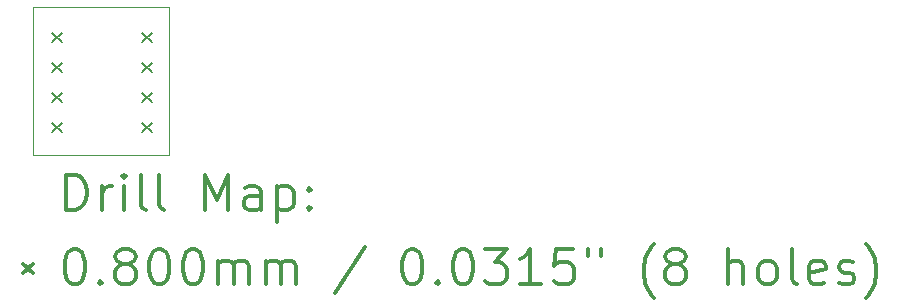
<source format=gbr>
%FSLAX45Y45*%
G04 Gerber Fmt 4.5, Leading zero omitted, Abs format (unit mm)*
G04 Created by KiCad (PCBNEW 5.1.10) date 2021-08-03 18:50:14*
%MOMM*%
%LPD*%
G01*
G04 APERTURE LIST*
%TA.AperFunction,Profile*%
%ADD10C,0.050000*%
%TD*%
%ADD11C,0.200000*%
%ADD12C,0.300000*%
G04 APERTURE END LIST*
D10*
X5150000Y-3650000D02*
X5150000Y-2400000D01*
X6300000Y-3650000D02*
X5150000Y-3650000D01*
X6300000Y-3600000D02*
X6300000Y-3650000D01*
X6300000Y-2400000D02*
X6300000Y-3600000D01*
X5150000Y-2400000D02*
X6300000Y-2400000D01*
D11*
X5314500Y-2618500D02*
X5394500Y-2698500D01*
X5394500Y-2618500D02*
X5314500Y-2698500D01*
X5314500Y-2872500D02*
X5394500Y-2952500D01*
X5394500Y-2872500D02*
X5314500Y-2952500D01*
X5314500Y-3126500D02*
X5394500Y-3206500D01*
X5394500Y-3126500D02*
X5314500Y-3206500D01*
X5314500Y-3380500D02*
X5394500Y-3460500D01*
X5394500Y-3380500D02*
X5314500Y-3460500D01*
X6076500Y-2618500D02*
X6156500Y-2698500D01*
X6156500Y-2618500D02*
X6076500Y-2698500D01*
X6076500Y-2872500D02*
X6156500Y-2952500D01*
X6156500Y-2872500D02*
X6076500Y-2952500D01*
X6076500Y-3126500D02*
X6156500Y-3206500D01*
X6156500Y-3126500D02*
X6076500Y-3206500D01*
X6076500Y-3380500D02*
X6156500Y-3460500D01*
X6156500Y-3380500D02*
X6076500Y-3460500D01*
D12*
X5433928Y-4118214D02*
X5433928Y-3818214D01*
X5505357Y-3818214D01*
X5548214Y-3832500D01*
X5576786Y-3861071D01*
X5591071Y-3889643D01*
X5605357Y-3946786D01*
X5605357Y-3989643D01*
X5591071Y-4046786D01*
X5576786Y-4075357D01*
X5548214Y-4103929D01*
X5505357Y-4118214D01*
X5433928Y-4118214D01*
X5733928Y-4118214D02*
X5733928Y-3918214D01*
X5733928Y-3975357D02*
X5748214Y-3946786D01*
X5762500Y-3932500D01*
X5791071Y-3918214D01*
X5819643Y-3918214D01*
X5919643Y-4118214D02*
X5919643Y-3918214D01*
X5919643Y-3818214D02*
X5905357Y-3832500D01*
X5919643Y-3846786D01*
X5933928Y-3832500D01*
X5919643Y-3818214D01*
X5919643Y-3846786D01*
X6105357Y-4118214D02*
X6076786Y-4103929D01*
X6062500Y-4075357D01*
X6062500Y-3818214D01*
X6262500Y-4118214D02*
X6233928Y-4103929D01*
X6219643Y-4075357D01*
X6219643Y-3818214D01*
X6605357Y-4118214D02*
X6605357Y-3818214D01*
X6705357Y-4032500D01*
X6805357Y-3818214D01*
X6805357Y-4118214D01*
X7076786Y-4118214D02*
X7076786Y-3961071D01*
X7062500Y-3932500D01*
X7033928Y-3918214D01*
X6976786Y-3918214D01*
X6948214Y-3932500D01*
X7076786Y-4103929D02*
X7048214Y-4118214D01*
X6976786Y-4118214D01*
X6948214Y-4103929D01*
X6933928Y-4075357D01*
X6933928Y-4046786D01*
X6948214Y-4018214D01*
X6976786Y-4003929D01*
X7048214Y-4003929D01*
X7076786Y-3989643D01*
X7219643Y-3918214D02*
X7219643Y-4218214D01*
X7219643Y-3932500D02*
X7248214Y-3918214D01*
X7305357Y-3918214D01*
X7333928Y-3932500D01*
X7348214Y-3946786D01*
X7362500Y-3975357D01*
X7362500Y-4061071D01*
X7348214Y-4089643D01*
X7333928Y-4103929D01*
X7305357Y-4118214D01*
X7248214Y-4118214D01*
X7219643Y-4103929D01*
X7491071Y-4089643D02*
X7505357Y-4103929D01*
X7491071Y-4118214D01*
X7476786Y-4103929D01*
X7491071Y-4089643D01*
X7491071Y-4118214D01*
X7491071Y-3932500D02*
X7505357Y-3946786D01*
X7491071Y-3961071D01*
X7476786Y-3946786D01*
X7491071Y-3932500D01*
X7491071Y-3961071D01*
X5067500Y-4572500D02*
X5147500Y-4652500D01*
X5147500Y-4572500D02*
X5067500Y-4652500D01*
X5491071Y-4448214D02*
X5519643Y-4448214D01*
X5548214Y-4462500D01*
X5562500Y-4476786D01*
X5576786Y-4505357D01*
X5591071Y-4562500D01*
X5591071Y-4633929D01*
X5576786Y-4691072D01*
X5562500Y-4719643D01*
X5548214Y-4733929D01*
X5519643Y-4748214D01*
X5491071Y-4748214D01*
X5462500Y-4733929D01*
X5448214Y-4719643D01*
X5433928Y-4691072D01*
X5419643Y-4633929D01*
X5419643Y-4562500D01*
X5433928Y-4505357D01*
X5448214Y-4476786D01*
X5462500Y-4462500D01*
X5491071Y-4448214D01*
X5719643Y-4719643D02*
X5733928Y-4733929D01*
X5719643Y-4748214D01*
X5705357Y-4733929D01*
X5719643Y-4719643D01*
X5719643Y-4748214D01*
X5905357Y-4576786D02*
X5876786Y-4562500D01*
X5862500Y-4548214D01*
X5848214Y-4519643D01*
X5848214Y-4505357D01*
X5862500Y-4476786D01*
X5876786Y-4462500D01*
X5905357Y-4448214D01*
X5962500Y-4448214D01*
X5991071Y-4462500D01*
X6005357Y-4476786D01*
X6019643Y-4505357D01*
X6019643Y-4519643D01*
X6005357Y-4548214D01*
X5991071Y-4562500D01*
X5962500Y-4576786D01*
X5905357Y-4576786D01*
X5876786Y-4591072D01*
X5862500Y-4605357D01*
X5848214Y-4633929D01*
X5848214Y-4691072D01*
X5862500Y-4719643D01*
X5876786Y-4733929D01*
X5905357Y-4748214D01*
X5962500Y-4748214D01*
X5991071Y-4733929D01*
X6005357Y-4719643D01*
X6019643Y-4691072D01*
X6019643Y-4633929D01*
X6005357Y-4605357D01*
X5991071Y-4591072D01*
X5962500Y-4576786D01*
X6205357Y-4448214D02*
X6233928Y-4448214D01*
X6262500Y-4462500D01*
X6276786Y-4476786D01*
X6291071Y-4505357D01*
X6305357Y-4562500D01*
X6305357Y-4633929D01*
X6291071Y-4691072D01*
X6276786Y-4719643D01*
X6262500Y-4733929D01*
X6233928Y-4748214D01*
X6205357Y-4748214D01*
X6176786Y-4733929D01*
X6162500Y-4719643D01*
X6148214Y-4691072D01*
X6133928Y-4633929D01*
X6133928Y-4562500D01*
X6148214Y-4505357D01*
X6162500Y-4476786D01*
X6176786Y-4462500D01*
X6205357Y-4448214D01*
X6491071Y-4448214D02*
X6519643Y-4448214D01*
X6548214Y-4462500D01*
X6562500Y-4476786D01*
X6576786Y-4505357D01*
X6591071Y-4562500D01*
X6591071Y-4633929D01*
X6576786Y-4691072D01*
X6562500Y-4719643D01*
X6548214Y-4733929D01*
X6519643Y-4748214D01*
X6491071Y-4748214D01*
X6462500Y-4733929D01*
X6448214Y-4719643D01*
X6433928Y-4691072D01*
X6419643Y-4633929D01*
X6419643Y-4562500D01*
X6433928Y-4505357D01*
X6448214Y-4476786D01*
X6462500Y-4462500D01*
X6491071Y-4448214D01*
X6719643Y-4748214D02*
X6719643Y-4548214D01*
X6719643Y-4576786D02*
X6733928Y-4562500D01*
X6762500Y-4548214D01*
X6805357Y-4548214D01*
X6833928Y-4562500D01*
X6848214Y-4591072D01*
X6848214Y-4748214D01*
X6848214Y-4591072D02*
X6862500Y-4562500D01*
X6891071Y-4548214D01*
X6933928Y-4548214D01*
X6962500Y-4562500D01*
X6976786Y-4591072D01*
X6976786Y-4748214D01*
X7119643Y-4748214D02*
X7119643Y-4548214D01*
X7119643Y-4576786D02*
X7133928Y-4562500D01*
X7162500Y-4548214D01*
X7205357Y-4548214D01*
X7233928Y-4562500D01*
X7248214Y-4591072D01*
X7248214Y-4748214D01*
X7248214Y-4591072D02*
X7262500Y-4562500D01*
X7291071Y-4548214D01*
X7333928Y-4548214D01*
X7362500Y-4562500D01*
X7376786Y-4591072D01*
X7376786Y-4748214D01*
X7962500Y-4433929D02*
X7705357Y-4819643D01*
X8348214Y-4448214D02*
X8376786Y-4448214D01*
X8405357Y-4462500D01*
X8419643Y-4476786D01*
X8433928Y-4505357D01*
X8448214Y-4562500D01*
X8448214Y-4633929D01*
X8433928Y-4691072D01*
X8419643Y-4719643D01*
X8405357Y-4733929D01*
X8376786Y-4748214D01*
X8348214Y-4748214D01*
X8319643Y-4733929D01*
X8305357Y-4719643D01*
X8291071Y-4691072D01*
X8276786Y-4633929D01*
X8276786Y-4562500D01*
X8291071Y-4505357D01*
X8305357Y-4476786D01*
X8319643Y-4462500D01*
X8348214Y-4448214D01*
X8576786Y-4719643D02*
X8591071Y-4733929D01*
X8576786Y-4748214D01*
X8562500Y-4733929D01*
X8576786Y-4719643D01*
X8576786Y-4748214D01*
X8776786Y-4448214D02*
X8805357Y-4448214D01*
X8833928Y-4462500D01*
X8848214Y-4476786D01*
X8862500Y-4505357D01*
X8876786Y-4562500D01*
X8876786Y-4633929D01*
X8862500Y-4691072D01*
X8848214Y-4719643D01*
X8833928Y-4733929D01*
X8805357Y-4748214D01*
X8776786Y-4748214D01*
X8748214Y-4733929D01*
X8733928Y-4719643D01*
X8719643Y-4691072D01*
X8705357Y-4633929D01*
X8705357Y-4562500D01*
X8719643Y-4505357D01*
X8733928Y-4476786D01*
X8748214Y-4462500D01*
X8776786Y-4448214D01*
X8976786Y-4448214D02*
X9162500Y-4448214D01*
X9062500Y-4562500D01*
X9105357Y-4562500D01*
X9133928Y-4576786D01*
X9148214Y-4591072D01*
X9162500Y-4619643D01*
X9162500Y-4691072D01*
X9148214Y-4719643D01*
X9133928Y-4733929D01*
X9105357Y-4748214D01*
X9019643Y-4748214D01*
X8991071Y-4733929D01*
X8976786Y-4719643D01*
X9448214Y-4748214D02*
X9276786Y-4748214D01*
X9362500Y-4748214D02*
X9362500Y-4448214D01*
X9333928Y-4491072D01*
X9305357Y-4519643D01*
X9276786Y-4533929D01*
X9719643Y-4448214D02*
X9576786Y-4448214D01*
X9562500Y-4591072D01*
X9576786Y-4576786D01*
X9605357Y-4562500D01*
X9676786Y-4562500D01*
X9705357Y-4576786D01*
X9719643Y-4591072D01*
X9733928Y-4619643D01*
X9733928Y-4691072D01*
X9719643Y-4719643D01*
X9705357Y-4733929D01*
X9676786Y-4748214D01*
X9605357Y-4748214D01*
X9576786Y-4733929D01*
X9562500Y-4719643D01*
X9848214Y-4448214D02*
X9848214Y-4505357D01*
X9962500Y-4448214D02*
X9962500Y-4505357D01*
X10405357Y-4862500D02*
X10391071Y-4848214D01*
X10362500Y-4805357D01*
X10348214Y-4776786D01*
X10333928Y-4733929D01*
X10319643Y-4662500D01*
X10319643Y-4605357D01*
X10333928Y-4533929D01*
X10348214Y-4491072D01*
X10362500Y-4462500D01*
X10391071Y-4419643D01*
X10405357Y-4405357D01*
X10562500Y-4576786D02*
X10533928Y-4562500D01*
X10519643Y-4548214D01*
X10505357Y-4519643D01*
X10505357Y-4505357D01*
X10519643Y-4476786D01*
X10533928Y-4462500D01*
X10562500Y-4448214D01*
X10619643Y-4448214D01*
X10648214Y-4462500D01*
X10662500Y-4476786D01*
X10676786Y-4505357D01*
X10676786Y-4519643D01*
X10662500Y-4548214D01*
X10648214Y-4562500D01*
X10619643Y-4576786D01*
X10562500Y-4576786D01*
X10533928Y-4591072D01*
X10519643Y-4605357D01*
X10505357Y-4633929D01*
X10505357Y-4691072D01*
X10519643Y-4719643D01*
X10533928Y-4733929D01*
X10562500Y-4748214D01*
X10619643Y-4748214D01*
X10648214Y-4733929D01*
X10662500Y-4719643D01*
X10676786Y-4691072D01*
X10676786Y-4633929D01*
X10662500Y-4605357D01*
X10648214Y-4591072D01*
X10619643Y-4576786D01*
X11033928Y-4748214D02*
X11033928Y-4448214D01*
X11162500Y-4748214D02*
X11162500Y-4591072D01*
X11148214Y-4562500D01*
X11119643Y-4548214D01*
X11076786Y-4548214D01*
X11048214Y-4562500D01*
X11033928Y-4576786D01*
X11348214Y-4748214D02*
X11319643Y-4733929D01*
X11305357Y-4719643D01*
X11291071Y-4691072D01*
X11291071Y-4605357D01*
X11305357Y-4576786D01*
X11319643Y-4562500D01*
X11348214Y-4548214D01*
X11391071Y-4548214D01*
X11419643Y-4562500D01*
X11433928Y-4576786D01*
X11448214Y-4605357D01*
X11448214Y-4691072D01*
X11433928Y-4719643D01*
X11419643Y-4733929D01*
X11391071Y-4748214D01*
X11348214Y-4748214D01*
X11619643Y-4748214D02*
X11591071Y-4733929D01*
X11576786Y-4705357D01*
X11576786Y-4448214D01*
X11848214Y-4733929D02*
X11819643Y-4748214D01*
X11762500Y-4748214D01*
X11733928Y-4733929D01*
X11719643Y-4705357D01*
X11719643Y-4591072D01*
X11733928Y-4562500D01*
X11762500Y-4548214D01*
X11819643Y-4548214D01*
X11848214Y-4562500D01*
X11862500Y-4591072D01*
X11862500Y-4619643D01*
X11719643Y-4648214D01*
X11976786Y-4733929D02*
X12005357Y-4748214D01*
X12062500Y-4748214D01*
X12091071Y-4733929D01*
X12105357Y-4705357D01*
X12105357Y-4691072D01*
X12091071Y-4662500D01*
X12062500Y-4648214D01*
X12019643Y-4648214D01*
X11991071Y-4633929D01*
X11976786Y-4605357D01*
X11976786Y-4591072D01*
X11991071Y-4562500D01*
X12019643Y-4548214D01*
X12062500Y-4548214D01*
X12091071Y-4562500D01*
X12205357Y-4862500D02*
X12219643Y-4848214D01*
X12248214Y-4805357D01*
X12262500Y-4776786D01*
X12276786Y-4733929D01*
X12291071Y-4662500D01*
X12291071Y-4605357D01*
X12276786Y-4533929D01*
X12262500Y-4491072D01*
X12248214Y-4462500D01*
X12219643Y-4419643D01*
X12205357Y-4405357D01*
M02*

</source>
